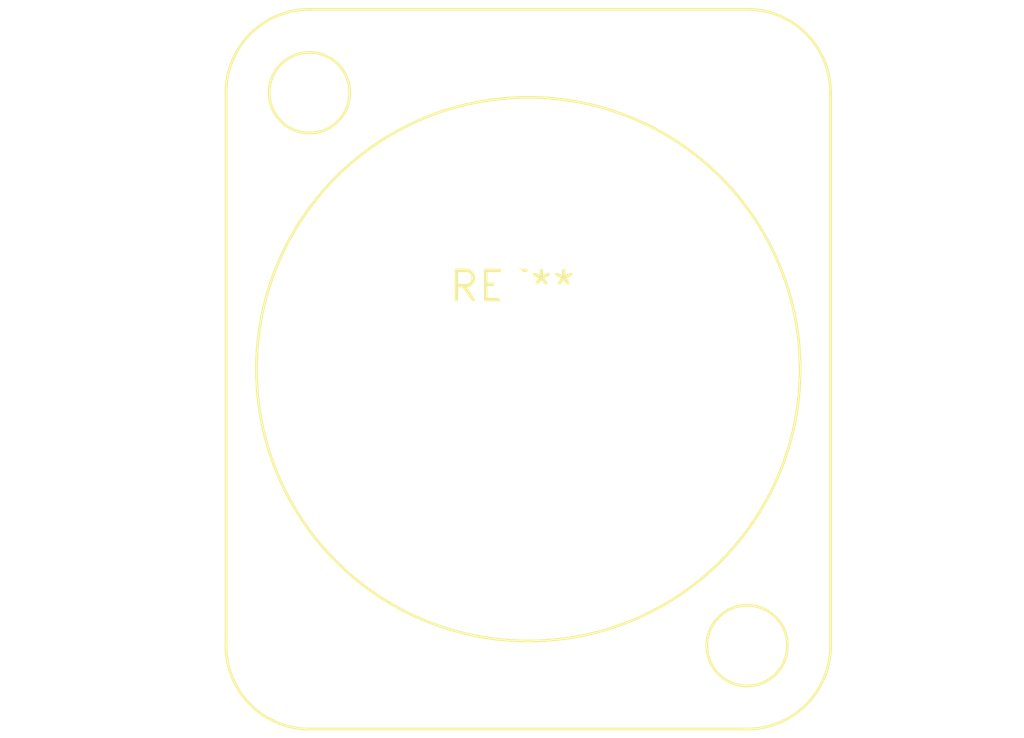
<source format=kicad_pcb>
(kicad_pcb (version 20240108) (generator pcbnew)
  (layers (0 "F.Cu" signal) (31 "B.Cu" signal) (34 "B.Paste" user) (35 "F.Paste" user) (36 "B.SilkS" user "B.Silkscreen") (37 "F.SilkS" user "F.Silkscreen") (38 "B.Mask" user) (39 "F.Mask" user) (44 "Edge.Cuts" user))
  (net 0 "")
  (footprint "Jack_speakON_Neutrik_NL4MDXX-V-3_Vertical" (layer "F.Cu") (at 0 0)
    (property "Reference" "REF**")
    (property "Value" "Jack_speakON_Neutrik_NL4MDXX-V-3_Vertical")
    (fp_line (start -12.42 15.72) (end -12.42 -8.52) (layer "F.SilkS") (stroke (width 0.12)))
    (fp_line (start -8.92 -12.02) (end 10.32 -12.02) (layer "F.SilkS") (stroke (width 0.12)))
    (fp_line (start -8.92 19.22) (end 10.32 19.22) (layer "F.SilkS") (stroke (width 0.12)))
    (fp_line (start 13.82 15.72) (end 13.82 -8.52) (layer "F.SilkS") (stroke (width 0.12)))
    (fp_arc (start -12.42 -8.52) (mid -11.274874 -11.044579) (end -8.68 -12.02) (layer "F.SilkS") (stroke (width 0.12)))
    (fp_arc (start -8.92 19.22) (mid -11.444579 18.074874) (end -12.42 15.48) (layer "F.SilkS") (stroke (width 0.12)))
    (fp_arc (start 10.32 -12.02) (mid 12.844579 -10.874874) (end 13.82 -8.28) (layer "F.SilkS") (stroke (width 0.12)))
    (fp_arc (start 13.82 15.72) (mid 12.674874 18.244579) (end 10.08 19.22) (layer "F.SilkS") (stroke (width 0.12)))
    (fp_circle (center -8.8 -8.4) (end -7.05 -8.4) (layer "F.SilkS") (stroke (width 0.12)) (fill none))
    (fp_circle (center 0.7 3.6) (end 12.5 3.6) (layer "F.SilkS") (stroke (width 0.12)) (fill none))
    (fp_circle (center 10.2 15.6) (end 11.95 15.6) (layer "F.SilkS") (stroke (width 0.12)) (fill none))
    (pad "1+" thru_hole circle (at 0 0) (size 3.4 3.4) (drill 1.6) (layers *.Cu *.Mask) (remove_unused_layers))
    (pad "1-" thru_hole circle (at -4.7 2.9) (size 3.4 3.4) (drill 1.6) (layers *.Cu *.Mask) (remove_unused_layers))
    (pad "2+" thru_hole circle (at 0 7.2) (size 3.4 3.4) (drill 1.6) (layers *.Cu *.Mask) (remove_unused_layers))
    (pad "2-" thru_hole circle (at 6.1 4.3) (size 3.4 3.4) (drill 1.6) (layers *.Cu *.Mask) (remove_unused_layers))
  )
)
</source>
